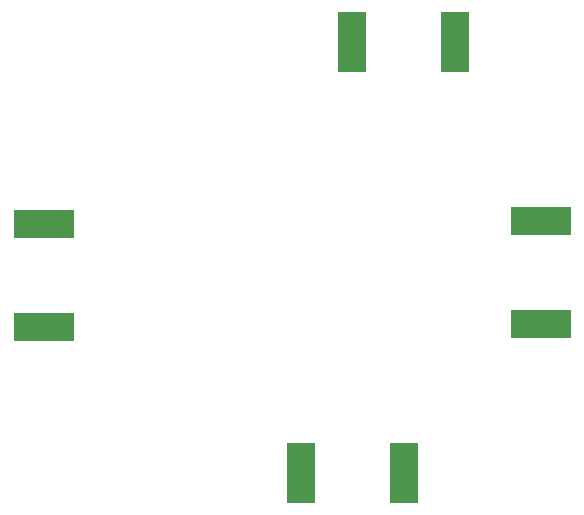
<source format=gbp>
G04 #@! TF.FileFunction,Paste,Bot*
%FSLAX46Y46*%
G04 Gerber Fmt 4.6, Leading zero omitted, Abs format (unit mm)*
G04 Created by KiCad (PCBNEW 4.0.4+dfsg1-stable) date Sat Nov 11 18:47:18 2017*
%MOMM*%
%LPD*%
G01*
G04 APERTURE LIST*
%ADD10C,0.100000*%
%ADD11R,5.080000X2.420000*%
%ADD12R,2.420000X5.080000*%
G04 APERTURE END LIST*
D10*
D11*
X34602000Y-80710000D03*
X34602000Y-89470000D03*
D12*
X69404000Y-65336000D03*
X60644000Y-65336000D03*
X56326000Y-101796000D03*
X65086000Y-101796000D03*
D11*
X76650000Y-89216000D03*
X76650000Y-80456000D03*
M02*

</source>
